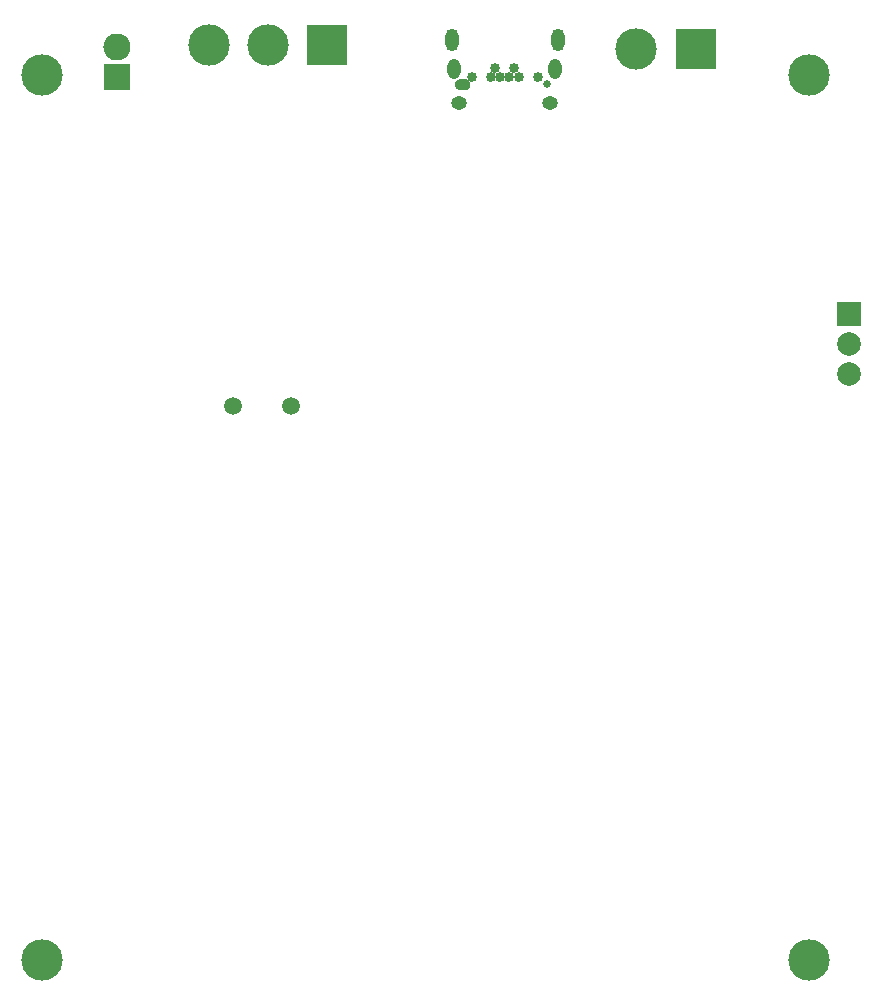
<source format=gbr>
%TF.GenerationSoftware,KiCad,Pcbnew,9.0.1*%
%TF.CreationDate,2025-04-08T19:45:02-03:00*%
%TF.ProjectId,SRAD_computer,53524144-5f63-46f6-9d70-757465722e6b,rev?*%
%TF.SameCoordinates,Original*%
%TF.FileFunction,Soldermask,Bot*%
%TF.FilePolarity,Negative*%
%FSLAX46Y46*%
G04 Gerber Fmt 4.6, Leading zero omitted, Abs format (unit mm)*
G04 Created by KiCad (PCBNEW 9.0.1) date 2025-04-08 19:45:02*
%MOMM*%
%LPD*%
G01*
G04 APERTURE LIST*
%ADD10C,0.010000*%
%ADD11C,0.650000*%
%ADD12C,0.854000*%
%ADD13O,1.104000X1.904000*%
%ADD14O,1.104000X1.704000*%
%ADD15O,1.354000X1.104000*%
%ADD16C,1.500000*%
%ADD17R,2.000000X2.000000*%
%ADD18C,2.000000*%
%ADD19R,3.500000X3.500000*%
%ADD20C,3.500000*%
%ADD21R,2.300000X2.300000*%
%ADD22O,2.300000X2.300000*%
G04 APERTURE END LIST*
D10*
%TO.C,J7*%
X99177000Y-43216000D02*
X99199000Y-43217000D01*
X99221000Y-43220000D01*
X99243000Y-43224000D01*
X99265000Y-43229000D01*
X99286000Y-43236000D01*
X99307000Y-43243000D01*
X99328000Y-43252000D01*
X99348000Y-43261000D01*
X99368000Y-43272000D01*
X99386000Y-43284000D01*
X99405000Y-43296000D01*
X99422000Y-43310000D01*
X99439000Y-43324000D01*
X99456000Y-43339000D01*
X99471000Y-43356000D01*
X99485000Y-43373000D01*
X99499000Y-43390000D01*
X99511000Y-43409000D01*
X99523000Y-43428000D01*
X99534000Y-43447000D01*
X99543000Y-43467000D01*
X99552000Y-43488000D01*
X99559000Y-43509000D01*
X99566000Y-43530000D01*
X99571000Y-43552000D01*
X99575000Y-43574000D01*
X99578000Y-43596000D01*
X99579000Y-43618000D01*
X99580000Y-43640000D01*
X99579000Y-43662000D01*
X99578000Y-43684000D01*
X99575000Y-43706000D01*
X99571000Y-43728000D01*
X99566000Y-43750000D01*
X99559000Y-43771000D01*
X99552000Y-43792000D01*
X99543000Y-43813000D01*
X99534000Y-43833000D01*
X99523000Y-43852000D01*
X99511000Y-43871000D01*
X99499000Y-43890000D01*
X99485000Y-43907000D01*
X99471000Y-43924000D01*
X99456000Y-43941000D01*
X99439000Y-43956000D01*
X99422000Y-43970000D01*
X99405000Y-43984000D01*
X99386000Y-43996000D01*
X99368000Y-44008000D01*
X99348000Y-44019000D01*
X99328000Y-44028000D01*
X99307000Y-44037000D01*
X99286000Y-44044000D01*
X99265000Y-44051000D01*
X99243000Y-44056000D01*
X99221000Y-44060000D01*
X99199000Y-44063000D01*
X99177000Y-44064000D01*
X99155000Y-44065000D01*
X98805000Y-44065000D01*
X98783000Y-44064000D01*
X98761000Y-44063000D01*
X98739000Y-44060000D01*
X98717000Y-44056000D01*
X98695000Y-44051000D01*
X98674000Y-44044000D01*
X98653000Y-44037000D01*
X98632000Y-44028000D01*
X98612000Y-44019000D01*
X98593000Y-44008000D01*
X98574000Y-43996000D01*
X98555000Y-43984000D01*
X98538000Y-43970000D01*
X98521000Y-43956000D01*
X98504000Y-43941000D01*
X98489000Y-43924000D01*
X98475000Y-43907000D01*
X98461000Y-43890000D01*
X98449000Y-43871000D01*
X98437000Y-43852000D01*
X98426000Y-43833000D01*
X98417000Y-43813000D01*
X98408000Y-43792000D01*
X98401000Y-43771000D01*
X98394000Y-43750000D01*
X98389000Y-43728000D01*
X98385000Y-43706000D01*
X98382000Y-43684000D01*
X98381000Y-43662000D01*
X98380000Y-43640000D01*
X98381000Y-43618000D01*
X98382000Y-43596000D01*
X98385000Y-43574000D01*
X98389000Y-43552000D01*
X98394000Y-43530000D01*
X98401000Y-43509000D01*
X98408000Y-43488000D01*
X98417000Y-43467000D01*
X98426000Y-43447000D01*
X98437000Y-43428000D01*
X98449000Y-43409000D01*
X98461000Y-43390000D01*
X98475000Y-43373000D01*
X98489000Y-43356000D01*
X98504000Y-43339000D01*
X98521000Y-43324000D01*
X98538000Y-43310000D01*
X98555000Y-43296000D01*
X98574000Y-43284000D01*
X98593000Y-43272000D01*
X98612000Y-43261000D01*
X98632000Y-43252000D01*
X98653000Y-43243000D01*
X98674000Y-43236000D01*
X98695000Y-43229000D01*
X98717000Y-43224000D01*
X98739000Y-43220000D01*
X98761000Y-43217000D01*
X98783000Y-43216000D01*
X98805000Y-43215000D01*
X99155000Y-43215000D01*
X99177000Y-43216000D01*
G36*
X99177000Y-43216000D02*
G01*
X99199000Y-43217000D01*
X99221000Y-43220000D01*
X99243000Y-43224000D01*
X99265000Y-43229000D01*
X99286000Y-43236000D01*
X99307000Y-43243000D01*
X99328000Y-43252000D01*
X99348000Y-43261000D01*
X99368000Y-43272000D01*
X99386000Y-43284000D01*
X99405000Y-43296000D01*
X99422000Y-43310000D01*
X99439000Y-43324000D01*
X99456000Y-43339000D01*
X99471000Y-43356000D01*
X99485000Y-43373000D01*
X99499000Y-43390000D01*
X99511000Y-43409000D01*
X99523000Y-43428000D01*
X99534000Y-43447000D01*
X99543000Y-43467000D01*
X99552000Y-43488000D01*
X99559000Y-43509000D01*
X99566000Y-43530000D01*
X99571000Y-43552000D01*
X99575000Y-43574000D01*
X99578000Y-43596000D01*
X99579000Y-43618000D01*
X99580000Y-43640000D01*
X99579000Y-43662000D01*
X99578000Y-43684000D01*
X99575000Y-43706000D01*
X99571000Y-43728000D01*
X99566000Y-43750000D01*
X99559000Y-43771000D01*
X99552000Y-43792000D01*
X99543000Y-43813000D01*
X99534000Y-43833000D01*
X99523000Y-43852000D01*
X99511000Y-43871000D01*
X99499000Y-43890000D01*
X99485000Y-43907000D01*
X99471000Y-43924000D01*
X99456000Y-43941000D01*
X99439000Y-43956000D01*
X99422000Y-43970000D01*
X99405000Y-43984000D01*
X99386000Y-43996000D01*
X99368000Y-44008000D01*
X99348000Y-44019000D01*
X99328000Y-44028000D01*
X99307000Y-44037000D01*
X99286000Y-44044000D01*
X99265000Y-44051000D01*
X99243000Y-44056000D01*
X99221000Y-44060000D01*
X99199000Y-44063000D01*
X99177000Y-44064000D01*
X99155000Y-44065000D01*
X98805000Y-44065000D01*
X98783000Y-44064000D01*
X98761000Y-44063000D01*
X98739000Y-44060000D01*
X98717000Y-44056000D01*
X98695000Y-44051000D01*
X98674000Y-44044000D01*
X98653000Y-44037000D01*
X98632000Y-44028000D01*
X98612000Y-44019000D01*
X98593000Y-44008000D01*
X98574000Y-43996000D01*
X98555000Y-43984000D01*
X98538000Y-43970000D01*
X98521000Y-43956000D01*
X98504000Y-43941000D01*
X98489000Y-43924000D01*
X98475000Y-43907000D01*
X98461000Y-43890000D01*
X98449000Y-43871000D01*
X98437000Y-43852000D01*
X98426000Y-43833000D01*
X98417000Y-43813000D01*
X98408000Y-43792000D01*
X98401000Y-43771000D01*
X98394000Y-43750000D01*
X98389000Y-43728000D01*
X98385000Y-43706000D01*
X98382000Y-43684000D01*
X98381000Y-43662000D01*
X98380000Y-43640000D01*
X98381000Y-43618000D01*
X98382000Y-43596000D01*
X98385000Y-43574000D01*
X98389000Y-43552000D01*
X98394000Y-43530000D01*
X98401000Y-43509000D01*
X98408000Y-43488000D01*
X98417000Y-43467000D01*
X98426000Y-43447000D01*
X98437000Y-43428000D01*
X98449000Y-43409000D01*
X98461000Y-43390000D01*
X98475000Y-43373000D01*
X98489000Y-43356000D01*
X98504000Y-43339000D01*
X98521000Y-43324000D01*
X98538000Y-43310000D01*
X98555000Y-43296000D01*
X98574000Y-43284000D01*
X98593000Y-43272000D01*
X98612000Y-43261000D01*
X98632000Y-43252000D01*
X98653000Y-43243000D01*
X98674000Y-43236000D01*
X98695000Y-43229000D01*
X98717000Y-43224000D01*
X98739000Y-43220000D01*
X98761000Y-43217000D01*
X98783000Y-43216000D01*
X98805000Y-43215000D01*
X99155000Y-43215000D01*
X99177000Y-43216000D01*
G37*
%TD*%
D11*
%TO.C,J7*%
X106180000Y-43640000D03*
X98980000Y-43640000D03*
D12*
X99780000Y-42990000D03*
X101380000Y-42990000D03*
X101780000Y-42290000D03*
X102180000Y-42990000D03*
X102980000Y-42990000D03*
X103380000Y-42290000D03*
X103780000Y-42990000D03*
X105380000Y-42990000D03*
D13*
X107080000Y-39870000D03*
D14*
X106855000Y-42390000D03*
D15*
X106425000Y-45190000D03*
X98735000Y-45190000D03*
D14*
X98305000Y-42390000D03*
D13*
X98080000Y-39870000D03*
%TD*%
D16*
%TO.C,Y1*%
X79590000Y-70882984D03*
X84470000Y-70882984D03*
%TD*%
D17*
%TO.C,J5*%
X131770000Y-63082984D03*
D18*
X131770000Y-65622984D03*
X131770000Y-68162984D03*
%TD*%
D19*
%TO.C,J1*%
X87530000Y-40282836D03*
D20*
X82530000Y-40282836D03*
X77530000Y-40282836D03*
%TD*%
%TO.C,H2*%
X128380000Y-42822984D03*
%TD*%
%TO.C,H1*%
X63380000Y-42822984D03*
%TD*%
D21*
%TO.C,J2*%
X69790000Y-43037836D03*
D22*
X69790000Y-40497836D03*
%TD*%
D20*
%TO.C,H4*%
X63380000Y-117822984D03*
%TD*%
%TO.C,H3*%
X128380000Y-117822984D03*
%TD*%
D19*
%TO.C,J4*%
X118770000Y-40642836D03*
D20*
X113690000Y-40642836D03*
%TD*%
M02*

</source>
